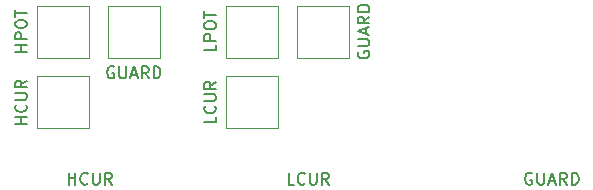
<source format=gbr>
G04 #@! TF.GenerationSoftware,KiCad,Pcbnew,(5.1.5)-3*
G04 #@! TF.CreationDate,2020-06-04T11:53:39+03:00*
G04 #@! TF.ProjectId,kelvin,6b656c76-696e-42e6-9b69-6361645f7063,rev?*
G04 #@! TF.SameCoordinates,Original*
G04 #@! TF.FileFunction,Legend,Top*
G04 #@! TF.FilePolarity,Positive*
%FSLAX46Y46*%
G04 Gerber Fmt 4.6, Leading zero omitted, Abs format (unit mm)*
G04 Created by KiCad (PCBNEW (5.1.5)-3) date 2020-06-04 11:53:39*
%MOMM*%
%LPD*%
G04 APERTURE LIST*
%ADD10C,0.150000*%
%ADD11C,0.120000*%
G04 APERTURE END LIST*
D10*
X145709523Y-93000000D02*
X145614285Y-92952380D01*
X145471428Y-92952380D01*
X145328571Y-93000000D01*
X145233333Y-93095238D01*
X145185714Y-93190476D01*
X145138095Y-93380952D01*
X145138095Y-93523809D01*
X145185714Y-93714285D01*
X145233333Y-93809523D01*
X145328571Y-93904761D01*
X145471428Y-93952380D01*
X145566666Y-93952380D01*
X145709523Y-93904761D01*
X145757142Y-93857142D01*
X145757142Y-93523809D01*
X145566666Y-93523809D01*
X146185714Y-92952380D02*
X146185714Y-93761904D01*
X146233333Y-93857142D01*
X146280952Y-93904761D01*
X146376190Y-93952380D01*
X146566666Y-93952380D01*
X146661904Y-93904761D01*
X146709523Y-93857142D01*
X146757142Y-93761904D01*
X146757142Y-92952380D01*
X147185714Y-93666666D02*
X147661904Y-93666666D01*
X147090476Y-93952380D02*
X147423809Y-92952380D01*
X147757142Y-93952380D01*
X148661904Y-93952380D02*
X148328571Y-93476190D01*
X148090476Y-93952380D02*
X148090476Y-92952380D01*
X148471428Y-92952380D01*
X148566666Y-93000000D01*
X148614285Y-93047619D01*
X148661904Y-93142857D01*
X148661904Y-93285714D01*
X148614285Y-93380952D01*
X148566666Y-93428571D01*
X148471428Y-93476190D01*
X148090476Y-93476190D01*
X149090476Y-93952380D02*
X149090476Y-92952380D01*
X149328571Y-92952380D01*
X149471428Y-93000000D01*
X149566666Y-93095238D01*
X149614285Y-93190476D01*
X149661904Y-93380952D01*
X149661904Y-93523809D01*
X149614285Y-93714285D01*
X149566666Y-93809523D01*
X149471428Y-93904761D01*
X149328571Y-93952380D01*
X149090476Y-93952380D01*
X125585714Y-93952380D02*
X125109523Y-93952380D01*
X125109523Y-92952380D01*
X126490476Y-93857142D02*
X126442857Y-93904761D01*
X126300000Y-93952380D01*
X126204761Y-93952380D01*
X126061904Y-93904761D01*
X125966666Y-93809523D01*
X125919047Y-93714285D01*
X125871428Y-93523809D01*
X125871428Y-93380952D01*
X125919047Y-93190476D01*
X125966666Y-93095238D01*
X126061904Y-93000000D01*
X126204761Y-92952380D01*
X126300000Y-92952380D01*
X126442857Y-93000000D01*
X126490476Y-93047619D01*
X126919047Y-92952380D02*
X126919047Y-93761904D01*
X126966666Y-93857142D01*
X127014285Y-93904761D01*
X127109523Y-93952380D01*
X127300000Y-93952380D01*
X127395238Y-93904761D01*
X127442857Y-93857142D01*
X127490476Y-93761904D01*
X127490476Y-92952380D01*
X128538095Y-93952380D02*
X128204761Y-93476190D01*
X127966666Y-93952380D02*
X127966666Y-92952380D01*
X128347619Y-92952380D01*
X128442857Y-93000000D01*
X128490476Y-93047619D01*
X128538095Y-93142857D01*
X128538095Y-93285714D01*
X128490476Y-93380952D01*
X128442857Y-93428571D01*
X128347619Y-93476190D01*
X127966666Y-93476190D01*
X106490476Y-93952380D02*
X106490476Y-92952380D01*
X106490476Y-93428571D02*
X107061904Y-93428571D01*
X107061904Y-93952380D02*
X107061904Y-92952380D01*
X108109523Y-93857142D02*
X108061904Y-93904761D01*
X107919047Y-93952380D01*
X107823809Y-93952380D01*
X107680952Y-93904761D01*
X107585714Y-93809523D01*
X107538095Y-93714285D01*
X107490476Y-93523809D01*
X107490476Y-93380952D01*
X107538095Y-93190476D01*
X107585714Y-93095238D01*
X107680952Y-93000000D01*
X107823809Y-92952380D01*
X107919047Y-92952380D01*
X108061904Y-93000000D01*
X108109523Y-93047619D01*
X108538095Y-92952380D02*
X108538095Y-93761904D01*
X108585714Y-93857142D01*
X108633333Y-93904761D01*
X108728571Y-93952380D01*
X108919047Y-93952380D01*
X109014285Y-93904761D01*
X109061904Y-93857142D01*
X109109523Y-93761904D01*
X109109523Y-92952380D01*
X110157142Y-93952380D02*
X109823809Y-93476190D01*
X109585714Y-93952380D02*
X109585714Y-92952380D01*
X109966666Y-92952380D01*
X110061904Y-93000000D01*
X110109523Y-93047619D01*
X110157142Y-93142857D01*
X110157142Y-93285714D01*
X110109523Y-93380952D01*
X110061904Y-93428571D01*
X109966666Y-93476190D01*
X109585714Y-93476190D01*
D11*
X125800000Y-83200000D02*
X125800000Y-78800000D01*
X130200000Y-83200000D02*
X125800000Y-83200000D01*
X130200000Y-78800000D02*
X130200000Y-83200000D01*
X125800000Y-78800000D02*
X130200000Y-78800000D01*
X103800000Y-78800000D02*
X108200000Y-78800000D01*
X108200000Y-78800000D02*
X108200000Y-83200000D01*
X108200000Y-83200000D02*
X103800000Y-83200000D01*
X103800000Y-83200000D02*
X103800000Y-78800000D01*
X103800000Y-89200000D02*
X103800000Y-84800000D01*
X108200000Y-89200000D02*
X103800000Y-89200000D01*
X108200000Y-84800000D02*
X108200000Y-89200000D01*
X103800000Y-84800000D02*
X108200000Y-84800000D01*
X119800000Y-78800000D02*
X124200000Y-78800000D01*
X124200000Y-78800000D02*
X124200000Y-83200000D01*
X124200000Y-83200000D02*
X119800000Y-83200000D01*
X119800000Y-83200000D02*
X119800000Y-78800000D01*
X119800000Y-89200000D02*
X119800000Y-84800000D01*
X124200000Y-89200000D02*
X119800000Y-89200000D01*
X124200000Y-84800000D02*
X124200000Y-89200000D01*
X119800000Y-84800000D02*
X124200000Y-84800000D01*
X109800000Y-78800000D02*
X114200000Y-78800000D01*
X114200000Y-78800000D02*
X114200000Y-83200000D01*
X114200000Y-83200000D02*
X109800000Y-83200000D01*
X109800000Y-83200000D02*
X109800000Y-78800000D01*
D10*
X131000000Y-82690476D02*
X130952380Y-82785714D01*
X130952380Y-82928571D01*
X131000000Y-83071428D01*
X131095238Y-83166666D01*
X131190476Y-83214285D01*
X131380952Y-83261904D01*
X131523809Y-83261904D01*
X131714285Y-83214285D01*
X131809523Y-83166666D01*
X131904761Y-83071428D01*
X131952380Y-82928571D01*
X131952380Y-82833333D01*
X131904761Y-82690476D01*
X131857142Y-82642857D01*
X131523809Y-82642857D01*
X131523809Y-82833333D01*
X130952380Y-82214285D02*
X131761904Y-82214285D01*
X131857142Y-82166666D01*
X131904761Y-82119047D01*
X131952380Y-82023809D01*
X131952380Y-81833333D01*
X131904761Y-81738095D01*
X131857142Y-81690476D01*
X131761904Y-81642857D01*
X130952380Y-81642857D01*
X131666666Y-81214285D02*
X131666666Y-80738095D01*
X131952380Y-81309523D02*
X130952380Y-80976190D01*
X131952380Y-80642857D01*
X131952380Y-79738095D02*
X131476190Y-80071428D01*
X131952380Y-80309523D02*
X130952380Y-80309523D01*
X130952380Y-79928571D01*
X131000000Y-79833333D01*
X131047619Y-79785714D01*
X131142857Y-79738095D01*
X131285714Y-79738095D01*
X131380952Y-79785714D01*
X131428571Y-79833333D01*
X131476190Y-79928571D01*
X131476190Y-80309523D01*
X131952380Y-79309523D02*
X130952380Y-79309523D01*
X130952380Y-79071428D01*
X131000000Y-78928571D01*
X131095238Y-78833333D01*
X131190476Y-78785714D01*
X131380952Y-78738095D01*
X131523809Y-78738095D01*
X131714285Y-78785714D01*
X131809523Y-78833333D01*
X131904761Y-78928571D01*
X131952380Y-79071428D01*
X131952380Y-79309523D01*
X102952380Y-82690476D02*
X101952380Y-82690476D01*
X102428571Y-82690476D02*
X102428571Y-82119047D01*
X102952380Y-82119047D02*
X101952380Y-82119047D01*
X102952380Y-81642857D02*
X101952380Y-81642857D01*
X101952380Y-81261904D01*
X102000000Y-81166666D01*
X102047619Y-81119047D01*
X102142857Y-81071428D01*
X102285714Y-81071428D01*
X102380952Y-81119047D01*
X102428571Y-81166666D01*
X102476190Y-81261904D01*
X102476190Y-81642857D01*
X101952380Y-80452380D02*
X101952380Y-80261904D01*
X102000000Y-80166666D01*
X102095238Y-80071428D01*
X102285714Y-80023809D01*
X102619047Y-80023809D01*
X102809523Y-80071428D01*
X102904761Y-80166666D01*
X102952380Y-80261904D01*
X102952380Y-80452380D01*
X102904761Y-80547619D01*
X102809523Y-80642857D01*
X102619047Y-80690476D01*
X102285714Y-80690476D01*
X102095238Y-80642857D01*
X102000000Y-80547619D01*
X101952380Y-80452380D01*
X101952380Y-79738095D02*
X101952380Y-79166666D01*
X102952380Y-79452380D02*
X101952380Y-79452380D01*
X102952380Y-88809523D02*
X101952380Y-88809523D01*
X102428571Y-88809523D02*
X102428571Y-88238095D01*
X102952380Y-88238095D02*
X101952380Y-88238095D01*
X102857142Y-87190476D02*
X102904761Y-87238095D01*
X102952380Y-87380952D01*
X102952380Y-87476190D01*
X102904761Y-87619047D01*
X102809523Y-87714285D01*
X102714285Y-87761904D01*
X102523809Y-87809523D01*
X102380952Y-87809523D01*
X102190476Y-87761904D01*
X102095238Y-87714285D01*
X102000000Y-87619047D01*
X101952380Y-87476190D01*
X101952380Y-87380952D01*
X102000000Y-87238095D01*
X102047619Y-87190476D01*
X101952380Y-86761904D02*
X102761904Y-86761904D01*
X102857142Y-86714285D01*
X102904761Y-86666666D01*
X102952380Y-86571428D01*
X102952380Y-86380952D01*
X102904761Y-86285714D01*
X102857142Y-86238095D01*
X102761904Y-86190476D01*
X101952380Y-86190476D01*
X102952380Y-85142857D02*
X102476190Y-85476190D01*
X102952380Y-85714285D02*
X101952380Y-85714285D01*
X101952380Y-85333333D01*
X102000000Y-85238095D01*
X102047619Y-85190476D01*
X102142857Y-85142857D01*
X102285714Y-85142857D01*
X102380952Y-85190476D01*
X102428571Y-85238095D01*
X102476190Y-85333333D01*
X102476190Y-85714285D01*
X118952380Y-82095238D02*
X118952380Y-82571428D01*
X117952380Y-82571428D01*
X118952380Y-81761904D02*
X117952380Y-81761904D01*
X117952380Y-81380952D01*
X118000000Y-81285714D01*
X118047619Y-81238095D01*
X118142857Y-81190476D01*
X118285714Y-81190476D01*
X118380952Y-81238095D01*
X118428571Y-81285714D01*
X118476190Y-81380952D01*
X118476190Y-81761904D01*
X117952380Y-80571428D02*
X117952380Y-80380952D01*
X118000000Y-80285714D01*
X118095238Y-80190476D01*
X118285714Y-80142857D01*
X118619047Y-80142857D01*
X118809523Y-80190476D01*
X118904761Y-80285714D01*
X118952380Y-80380952D01*
X118952380Y-80571428D01*
X118904761Y-80666666D01*
X118809523Y-80761904D01*
X118619047Y-80809523D01*
X118285714Y-80809523D01*
X118095238Y-80761904D01*
X118000000Y-80666666D01*
X117952380Y-80571428D01*
X117952380Y-79857142D02*
X117952380Y-79285714D01*
X118952380Y-79571428D02*
X117952380Y-79571428D01*
X118952380Y-88214285D02*
X118952380Y-88690476D01*
X117952380Y-88690476D01*
X118857142Y-87309523D02*
X118904761Y-87357142D01*
X118952380Y-87500000D01*
X118952380Y-87595238D01*
X118904761Y-87738095D01*
X118809523Y-87833333D01*
X118714285Y-87880952D01*
X118523809Y-87928571D01*
X118380952Y-87928571D01*
X118190476Y-87880952D01*
X118095238Y-87833333D01*
X118000000Y-87738095D01*
X117952380Y-87595238D01*
X117952380Y-87500000D01*
X118000000Y-87357142D01*
X118047619Y-87309523D01*
X117952380Y-86880952D02*
X118761904Y-86880952D01*
X118857142Y-86833333D01*
X118904761Y-86785714D01*
X118952380Y-86690476D01*
X118952380Y-86500000D01*
X118904761Y-86404761D01*
X118857142Y-86357142D01*
X118761904Y-86309523D01*
X117952380Y-86309523D01*
X118952380Y-85261904D02*
X118476190Y-85595238D01*
X118952380Y-85833333D02*
X117952380Y-85833333D01*
X117952380Y-85452380D01*
X118000000Y-85357142D01*
X118047619Y-85309523D01*
X118142857Y-85261904D01*
X118285714Y-85261904D01*
X118380952Y-85309523D01*
X118428571Y-85357142D01*
X118476190Y-85452380D01*
X118476190Y-85833333D01*
X110309523Y-84000000D02*
X110214285Y-83952380D01*
X110071428Y-83952380D01*
X109928571Y-84000000D01*
X109833333Y-84095238D01*
X109785714Y-84190476D01*
X109738095Y-84380952D01*
X109738095Y-84523809D01*
X109785714Y-84714285D01*
X109833333Y-84809523D01*
X109928571Y-84904761D01*
X110071428Y-84952380D01*
X110166666Y-84952380D01*
X110309523Y-84904761D01*
X110357142Y-84857142D01*
X110357142Y-84523809D01*
X110166666Y-84523809D01*
X110785714Y-83952380D02*
X110785714Y-84761904D01*
X110833333Y-84857142D01*
X110880952Y-84904761D01*
X110976190Y-84952380D01*
X111166666Y-84952380D01*
X111261904Y-84904761D01*
X111309523Y-84857142D01*
X111357142Y-84761904D01*
X111357142Y-83952380D01*
X111785714Y-84666666D02*
X112261904Y-84666666D01*
X111690476Y-84952380D02*
X112023809Y-83952380D01*
X112357142Y-84952380D01*
X113261904Y-84952380D02*
X112928571Y-84476190D01*
X112690476Y-84952380D02*
X112690476Y-83952380D01*
X113071428Y-83952380D01*
X113166666Y-84000000D01*
X113214285Y-84047619D01*
X113261904Y-84142857D01*
X113261904Y-84285714D01*
X113214285Y-84380952D01*
X113166666Y-84428571D01*
X113071428Y-84476190D01*
X112690476Y-84476190D01*
X113690476Y-84952380D02*
X113690476Y-83952380D01*
X113928571Y-83952380D01*
X114071428Y-84000000D01*
X114166666Y-84095238D01*
X114214285Y-84190476D01*
X114261904Y-84380952D01*
X114261904Y-84523809D01*
X114214285Y-84714285D01*
X114166666Y-84809523D01*
X114071428Y-84904761D01*
X113928571Y-84952380D01*
X113690476Y-84952380D01*
M02*

</source>
